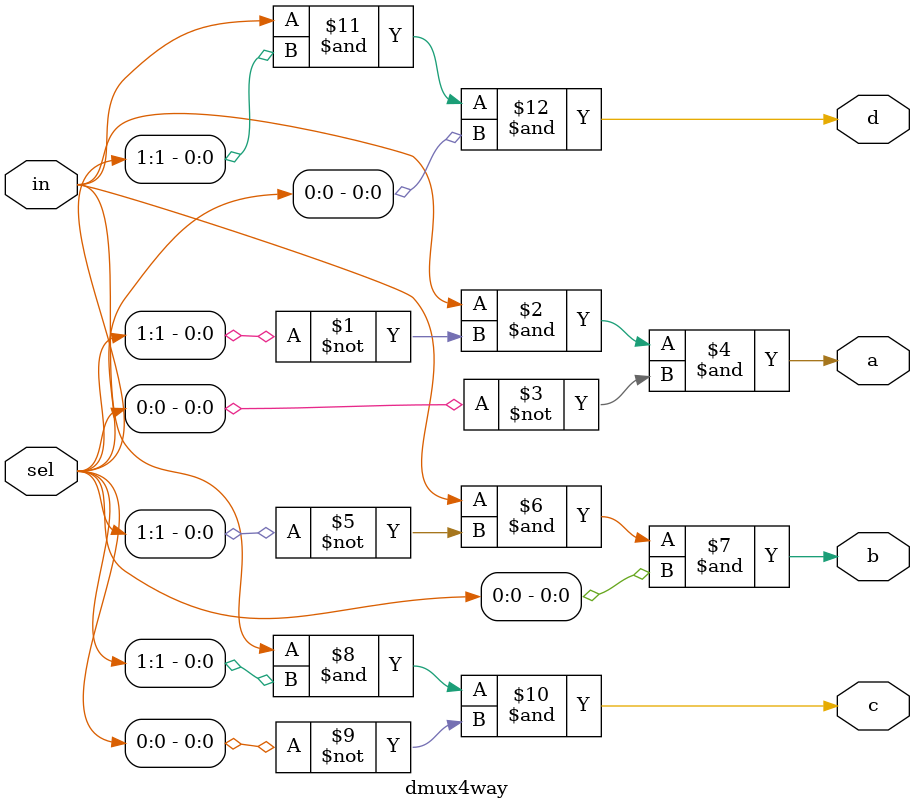
<source format=v>
/* Channels the input to one out of 4 outputs */
module dmux4way(
    input wire in,
    input wire [1:0] sel,
    output wire a,
    output wire b,
    output wire c,
    output wire d
);
    assign a = in & ~sel[1] & ~sel[0];
    assign b = in & ~sel[1] & sel[0];
    assign c = in & sel[1] & ~sel[0];
    assign d = in & sel[1] & sel[0];
endmodule
</source>
